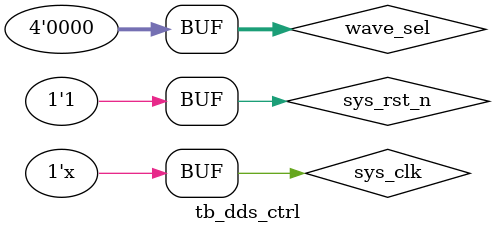
<source format=v>
`timescale 1ns/1ns
module tb_dds_ctrl();

reg         sys_clk;
reg         sys_rst_n;
reg [3:0]   wave_sel;


wire [7:0]  dac_data;

initial
    begin
        sys_clk     <= 1'b1;
        sys_rst_n   <= 1'b0;
        wave_sel    <= 4'b0000;
        #200
        sys_rst_n   <= 1'b1;
        #10000
        wave_sel    <= 4'b0001;
        #8000000       // make sure the time here is longer than the period
        wave_sel    <= 4'b0010;
        #8000000
        wave_sel    <= 4'b0100;
        #8000000
        wave_sel    <= 4'b1000;
        #8000000
        wave_sel    <= 4'b0000;
    
    end
    
    
always #10 sys_clk <= ~sys_clk;
    
    
    
    
    
dds_ctrl    dds_ctrl_inst
(
    .sys_clk     (sys_clk  ),
    .sys_rst_n   (sys_rst_n),
    .wave_sel    (wave_sel ),
                  
    .dac_data    (dac_data )

);
endmodule
</source>
